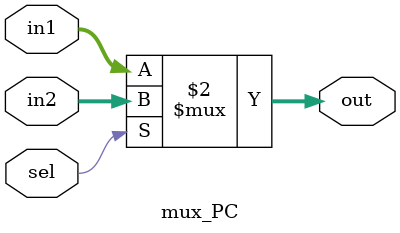
<source format=v>
module mux_PC (
    input [31:0] in1, in2, 
    input sel,
    output [31:0] out
);
    assign out = (sel == 0) ? in1 : in2;

endmodule
</source>
